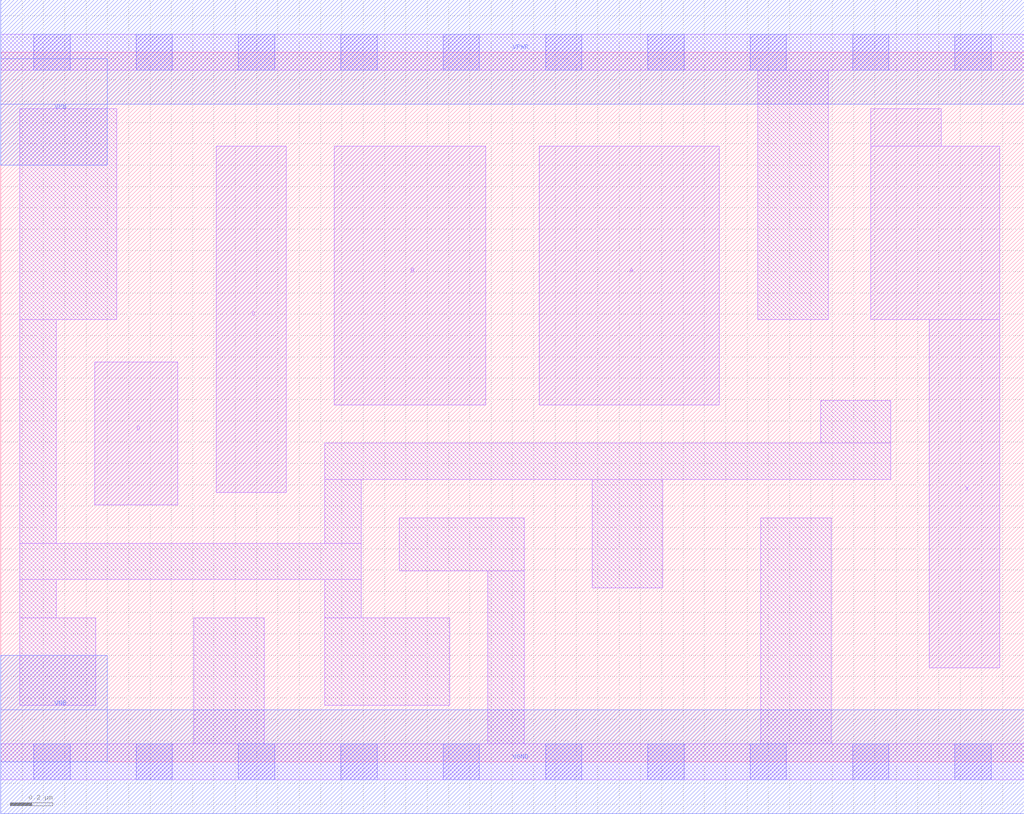
<source format=lef>
# Copyright 2020 The SkyWater PDK Authors
#
# Licensed under the Apache License, Version 2.0 (the "License");
# you may not use this file except in compliance with the License.
# You may obtain a copy of the License at
#
#     https://www.apache.org/licenses/LICENSE-2.0
#
# Unless required by applicable law or agreed to in writing, software
# distributed under the License is distributed on an "AS IS" BASIS,
# WITHOUT WARRANTIES OR CONDITIONS OF ANY KIND, either express or implied.
# See the License for the specific language governing permissions and
# limitations under the License.
#
# SPDX-License-Identifier: Apache-2.0

VERSION 5.5 ;
NAMESCASESENSITIVE ON ;
BUSBITCHARS "[]" ;
DIVIDERCHAR "/" ;
MACRO sky130_fd_sc_lp__or4_lp
  CLASS CORE ;
  SOURCE USER ;
  ORIGIN  0.000000  0.000000 ;
  SIZE  4.800000 BY  3.330000 ;
  SYMMETRY X Y R90 ;
  SITE unit ;
  PIN A
    ANTENNAGATEAREA  0.376000 ;
    DIRECTION INPUT ;
    USE SIGNAL ;
    PORT
      LAYER li1 ;
        RECT 2.525000 1.675000 3.370000 2.890000 ;
    END
  END A
  PIN B
    ANTENNAGATEAREA  0.376000 ;
    DIRECTION INPUT ;
    USE SIGNAL ;
    PORT
      LAYER li1 ;
        RECT 1.565000 1.675000 2.275000 2.890000 ;
    END
  END B
  PIN C
    ANTENNAGATEAREA  0.376000 ;
    DIRECTION INPUT ;
    USE SIGNAL ;
    PORT
      LAYER li1 ;
        RECT 1.010000 1.265000 1.340000 2.890000 ;
    END
  END C
  PIN D
    ANTENNAGATEAREA  0.376000 ;
    DIRECTION INPUT ;
    USE SIGNAL ;
    PORT
      LAYER li1 ;
        RECT 0.440000 1.205000 0.830000 1.875000 ;
    END
  END D
  PIN X
    ANTENNADIFFAREA  0.404700 ;
    DIRECTION OUTPUT ;
    USE SIGNAL ;
    PORT
      LAYER li1 ;
        RECT 4.080000 2.075000 4.685000 2.890000 ;
        RECT 4.080000 2.890000 4.410000 3.065000 ;
        RECT 4.355000 0.440000 4.685000 2.075000 ;
    END
  END X
  PIN VGND
    DIRECTION INOUT ;
    USE GROUND ;
    PORT
      LAYER met1 ;
        RECT 0.000000 -0.245000 4.800000 0.245000 ;
    END
  END VGND
  PIN VNB
    DIRECTION INOUT ;
    USE GROUND ;
    PORT
      LAYER met1 ;
        RECT 0.000000 0.000000 0.500000 0.500000 ;
    END
  END VNB
  PIN VPB
    DIRECTION INOUT ;
    USE POWER ;
    PORT
      LAYER met1 ;
        RECT 0.000000 2.800000 0.500000 3.300000 ;
    END
  END VPB
  PIN VPWR
    DIRECTION INOUT ;
    USE POWER ;
    PORT
      LAYER met1 ;
        RECT 0.000000 3.085000 4.800000 3.575000 ;
    END
  END VPWR
  OBS
    LAYER li1 ;
      RECT 0.000000 -0.085000 4.800000 0.085000 ;
      RECT 0.000000  3.245000 4.800000 3.415000 ;
      RECT 0.090000  0.265000 0.445000 0.675000 ;
      RECT 0.090000  0.675000 0.260000 0.855000 ;
      RECT 0.090000  0.855000 1.690000 1.025000 ;
      RECT 0.090000  1.025000 0.260000 2.075000 ;
      RECT 0.090000  2.075000 0.545000 3.065000 ;
      RECT 0.905000  0.085000 1.235000 0.675000 ;
      RECT 1.520000  0.265000 2.105000 0.675000 ;
      RECT 1.520000  0.675000 1.690000 0.855000 ;
      RECT 1.520000  1.025000 1.690000 1.325000 ;
      RECT 1.520000  1.325000 4.175000 1.495000 ;
      RECT 1.870000  0.895000 2.455000 1.145000 ;
      RECT 2.285000  0.085000 2.455000 0.895000 ;
      RECT 2.775000  0.815000 3.105000 1.325000 ;
      RECT 3.550000  2.075000 3.880000 3.245000 ;
      RECT 3.565000  0.085000 3.895000 1.145000 ;
      RECT 3.845000  1.495000 4.175000 1.695000 ;
    LAYER mcon ;
      RECT 0.155000 -0.085000 0.325000 0.085000 ;
      RECT 0.155000  3.245000 0.325000 3.415000 ;
      RECT 0.635000 -0.085000 0.805000 0.085000 ;
      RECT 0.635000  3.245000 0.805000 3.415000 ;
      RECT 1.115000 -0.085000 1.285000 0.085000 ;
      RECT 1.115000  3.245000 1.285000 3.415000 ;
      RECT 1.595000 -0.085000 1.765000 0.085000 ;
      RECT 1.595000  3.245000 1.765000 3.415000 ;
      RECT 2.075000 -0.085000 2.245000 0.085000 ;
      RECT 2.075000  3.245000 2.245000 3.415000 ;
      RECT 2.555000 -0.085000 2.725000 0.085000 ;
      RECT 2.555000  3.245000 2.725000 3.415000 ;
      RECT 3.035000 -0.085000 3.205000 0.085000 ;
      RECT 3.035000  3.245000 3.205000 3.415000 ;
      RECT 3.515000 -0.085000 3.685000 0.085000 ;
      RECT 3.515000  3.245000 3.685000 3.415000 ;
      RECT 3.995000 -0.085000 4.165000 0.085000 ;
      RECT 3.995000  3.245000 4.165000 3.415000 ;
      RECT 4.475000 -0.085000 4.645000 0.085000 ;
      RECT 4.475000  3.245000 4.645000 3.415000 ;
  END
END sky130_fd_sc_lp__or4_lp
END LIBRARY

</source>
